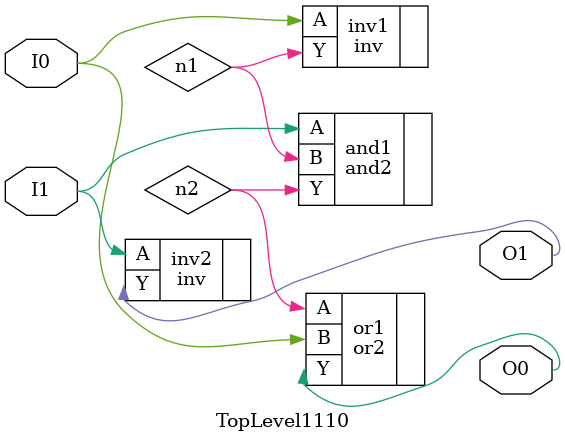
<source format=v>

module TopLevel1110(I0, I1, O0, O1);
  input I0, I1;
  output O0, O1;
  
  wire n1, n2;
  
  inv inv1(.A(I0), .Y(n1));           // n1 = ~I0
  and2 and1(.A(I1), .B(n1), .Y(n2)); // n2 = I1 & ~I0
  or2 or1(.A(n2), .B(I0), .Y(O0));   // O0 = n2 | I0
  inv inv2(.A(I1), .Y(O1));           // O1 = ~I1
  
endmodule

</source>
